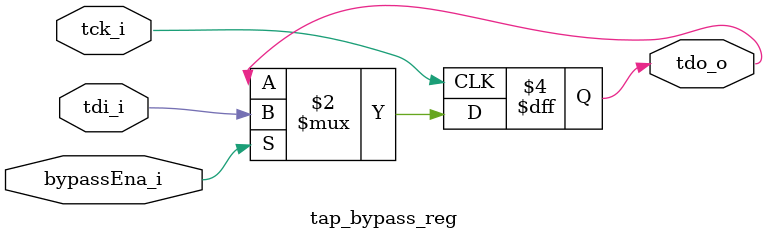
<source format=sv>
/*
    File name: tap_bypass_reg.sv
    Description:
    Author: Marko Gjorgjievski
    Date created: 25.04.2025
*/

module tap_bypass_reg (
    input logic tck_i,
    input logic tdi_i,
    input logic bypassEna_i,
    output logic tdo_o
);

    always_ff @(posedge tck_i) begin
        if(bypassEna_i) begin
            tdo_o <= tdi_i; //Only simple shifting
        end
    end

endmodule
</source>
